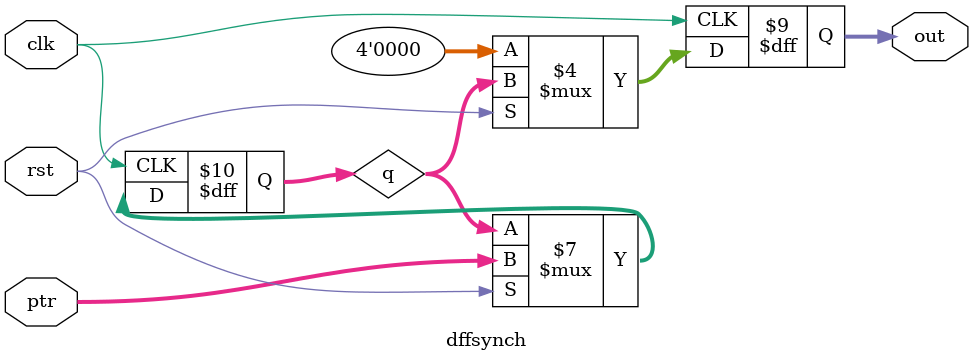
<source format=v>
module dffsynch #(parameter pwidth=4)(
input clk,rst,
input[pwidth-1:0] ptr,
output reg[pwidth-1:0] out );
reg[pwidth-1:0] q;
always@(posedge clk) begin
  if(!rst)
        out<=0;
     else begin
        q<=ptr;
        out<=q;
        end
end
endmodule

</source>
